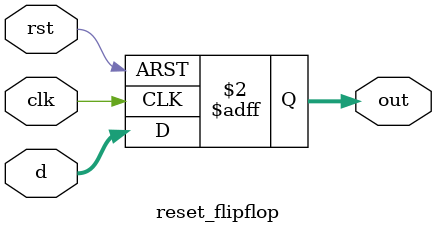
<source format=v>

module reset_flipflop  (
    input       clk, rst,
    input       [31:0] d,
    output reg  [31:0] out
);

always @(posedge clk or posedge rst) begin
    if (rst) out <= 0;
    else     out <= d;
end

endmodule

</source>
